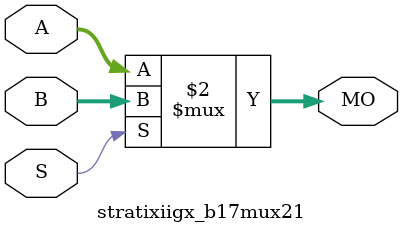
<source format=v>
module stratixiigx_b17mux21 (MO, A, B, S);
   input [16:0] A, B;
   input 	S;
   output [16:0] MO; 
   assign MO = (S == 1) ? B : A; 
endmodule
</source>
